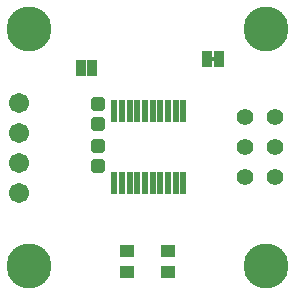
<source format=gts>
G04 Layer_Color=8388736*
%FSLAX44Y44*%
%MOMM*%
G71*
G01*
G75*
%ADD34R,0.6919X0.4000*%
G04:AMPARAMS|DCode=35|XSize=1.2032mm|YSize=1.1032mm|CornerRadius=0.2141mm|HoleSize=0mm|Usage=FLASHONLY|Rotation=0.000|XOffset=0mm|YOffset=0mm|HoleType=Round|Shape=RoundedRectangle|*
%AMROUNDEDRECTD35*
21,1,1.2032,0.6750,0,0,0.0*
21,1,0.7750,1.1032,0,0,0.0*
1,1,0.4282,0.3875,-0.3375*
1,1,0.4282,-0.3875,-0.3375*
1,1,0.4282,-0.3875,0.3375*
1,1,0.4282,0.3875,0.3375*
%
%ADD35ROUNDEDRECTD35*%
%ADD36R,0.8382X1.4732*%
%ADD37R,0.6096X1.8542*%
%ADD38R,1.2192X1.0668*%
%ADD39C,1.4032*%
%ADD40C,3.8032*%
%ADD41C,1.7032*%
D34*
X180460Y199000D02*
D03*
D35*
X83000Y108500D02*
D03*
Y125500D02*
D03*
Y143500D02*
D03*
Y160500D02*
D03*
D36*
X185080Y199000D02*
D03*
X174920D02*
D03*
X77572Y191000D02*
D03*
X68500D02*
D03*
D37*
X96750Y154734D02*
D03*
X103250D02*
D03*
X109750D02*
D03*
X122750D02*
D03*
X116250D02*
D03*
X129250D02*
D03*
X135802D02*
D03*
X142406D02*
D03*
X148756D02*
D03*
X155360D02*
D03*
X96750Y93500D02*
D03*
X103250D02*
D03*
X109750D02*
D03*
X116250D02*
D03*
X122750D02*
D03*
X129250D02*
D03*
X135802D02*
D03*
X142406D02*
D03*
X148756D02*
D03*
X155360D02*
D03*
D38*
X142526Y18250D02*
D03*
X107500D02*
D03*
X142526Y35890D02*
D03*
X107500D02*
D03*
D39*
X207600Y98600D02*
D03*
X233000D02*
D03*
X207600Y124000D02*
D03*
X233000D02*
D03*
X207600Y149400D02*
D03*
X233000D02*
D03*
D40*
X25000Y24000D02*
D03*
X225000D02*
D03*
Y224000D02*
D03*
X25000D02*
D03*
D41*
X16000Y162000D02*
D03*
Y136600D02*
D03*
Y111200D02*
D03*
Y85800D02*
D03*
M02*

</source>
